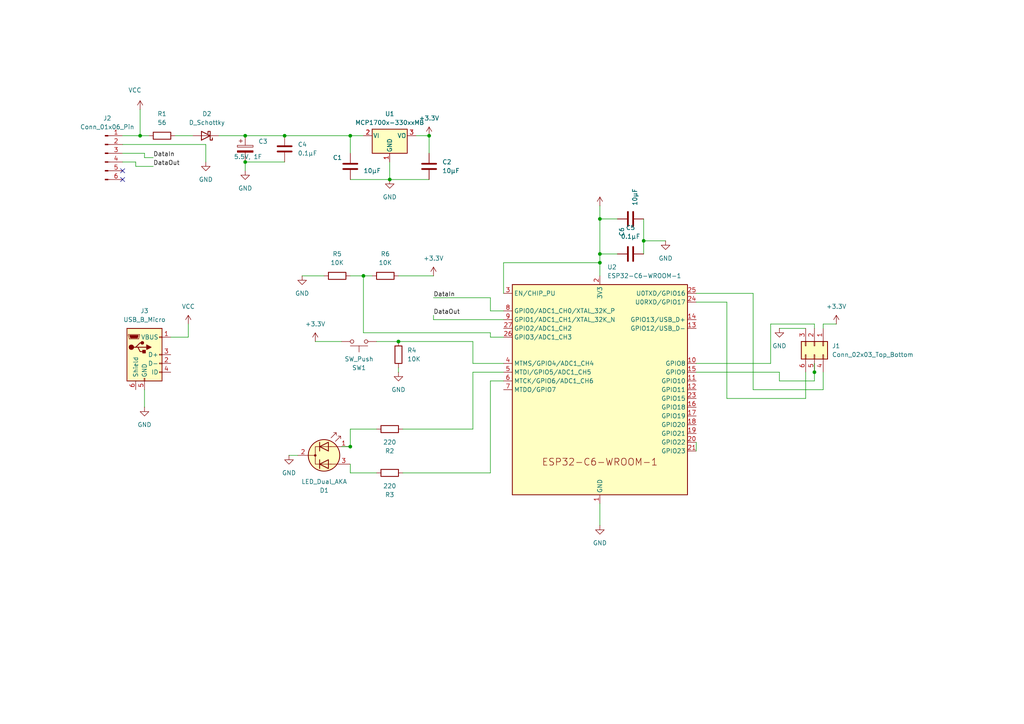
<source format=kicad_sch>
(kicad_sch (version 20250114) (generator "eeschema") (generator_version "9.0")
  (paper "A4")
  (lib_symbols
    (symbol "Connector:Conn_01x06_Pin" (pin_names (offset 1.016) (hide yes))
      (property "Reference" "J" (at 0 7.62 0))
      (property "Value" "Conn_01x06_Pin" (at 0 -10.16 0))
      (symbol "Conn_01x06_Pin_1_1"
        (rectangle (start 0.8636 5.207) (end 0 4.953) (stroke (width 0.1524)) (fill (type outline)))
        (rectangle (start 0.8636 2.667) (end 0 2.413) (stroke (width 0.1524)) (fill (type outline)))
        (rectangle (start 0.8636 0.127) (end 0 -0.127) (stroke (width 0.1524)) (fill (type outline)))
        (rectangle (start 0.8636 -2.413) (end 0 -2.667) (stroke (width 0.1524)) (fill (type outline)))
        (rectangle (start 0.8636 -4.953) (end 0 -5.207) (stroke (width 0.1524)) (fill (type outline)))
        (rectangle (start 0.8636 -7.493) (end 0 -7.747) (stroke (width 0.1524)) (fill (type outline)))
        (polyline (pts (xy 1.27 5.08) (xy 0.8636 5.08)) (stroke (width 0.1524)))
        (polyline (pts (xy 1.27 2.54) (xy 0.8636 2.54)) (stroke (width 0.1524)))
        (polyline (pts (xy 1.27 0) (xy 0.8636 0)) (stroke (width 0.1524)))
        (polyline (pts (xy 1.27 -2.54) (xy 0.8636 -2.54)) (stroke (width 0.1524)))
        (polyline (pts (xy 1.27 -5.08) (xy 0.8636 -5.08)) (stroke (width 0.1524)))
        (polyline (pts (xy 1.27 -7.62) (xy 0.8636 -7.62)) (stroke (width 0.1524)))
        (pin passive line (at 5.08 5.08 180) (length 3.81) (name "Pin_1") (number "1"))
        (pin passive line (at 5.08 2.54 180) (length 3.81) (name "Pin_2") (number "2"))
        (pin passive line (at 5.08 0 180) (length 3.81) (name "Pin_3") (number "3"))
        (pin passive line (at 5.08 -2.54 180) (length 3.81) (name "Pin_4") (number "4"))
        (pin passive line (at 5.08 -5.08 180) (length 3.81) (name "Pin_5") (number "5"))
        (pin passive line (at 5.08 -7.62 180) (length 3.81) (name "Pin_6") (number "6"))
      )
    )
    (symbol "Connector:USB_B_Micro" (pin_names (offset 1.016))
      (property "Reference" "J" (at -5.08 11.43 0))
      (property "Value" "USB_B_Micro" (at -5.08 8.89 0))
      (symbol "USB_B_Micro_0_1"
        (rectangle (start -5.08 -7.62) (end 5.08 7.62) (stroke (width 0.254)) (fill (type background)))
        (polyline (pts (xy -4.699 5.842) (xy -4.699 5.588) (xy -4.445 4.826) (xy -4.445 4.572) (xy -1.651 4.572) (xy -1.651 4.826) (xy -1.397 5.588) (xy -1.397 5.842) (xy -4.699 5.842)))
        (polyline (pts (xy -4.318 5.588) (xy -1.778 5.588) (xy -2.032 4.826) (xy -4.064 4.826) (xy -4.318 5.588)) (fill (type outline)))
        (circle (center -3.81 2.159) (radius 0.635) (stroke (width 0.254)) (fill (type outline)))
        (polyline (pts (xy -3.175 2.159) (xy -2.54 2.159) (xy -1.27 3.429) (xy -0.635 3.429)) (stroke (width 0.254)))
        (polyline (pts (xy -2.54 2.159) (xy -1.905 2.159) (xy -1.27 0.889) (xy 0 0.889)) (stroke (width 0.254)))
        (polyline (pts (xy -1.905 2.159) (xy 0.635 2.159)) (stroke (width 0.254)))
        (circle (center -0.635 3.429) (radius 0.381) (stroke (width 0.254)) (fill (type outline)))
        (rectangle (start -0.127 -7.62) (end 0.127 -6.858))
        (rectangle (start 0.254 1.27) (end -0.508 0.508) (stroke (width 0.254)) (fill (type outline)))
        (polyline (pts (xy 0.635 2.794) (xy 0.635 1.524) (xy 1.905 2.159) (xy 0.635 2.794)) (stroke (width 0.254)) (fill (type outline)))
        (rectangle (start 5.08 4.953) (end 4.318 5.207))
        (rectangle (start 5.08 -0.127) (end 4.318 0.127))
        (rectangle (start 5.08 -2.667) (end 4.318 -2.413))
        (rectangle (start 5.08 -5.207) (end 4.318 -4.953))
      )
      (symbol "USB_B_Micro_1_1"
        (pin passive line (at -2.54 -10.16 90) (length 2.54) (name "Shield") (number "6"))
        (pin power_out line (at 0 -10.16 90) (length 2.54) (name "GND") (number "5"))
        (pin power_out line (at 7.62 5.08 180) (length 2.54) (name "VBUS") (number "1"))
        (pin bidirectional line (at 7.62 0 180) (length 2.54) (name "D+") (number "3"))
        (pin bidirectional line (at 7.62 -2.54 180) (length 2.54) (name "D-") (number "2"))
        (pin passive line (at 7.62 -5.08 180) (length 2.54) (name "ID") (number "4"))
      )
    )
    (symbol "Connector_Generic:Conn_02x03_Top_Bottom" (pin_names (offset 1.016) (hide yes))
      (property "Reference" "J" (at 1.27 5.08 0))
      (property "Value" "Conn_02x03_Top_Bottom" (at 1.27 -5.08 0))
      (symbol "Conn_02x03_Top_Bottom_1_1"
        (rectangle (start -1.27 3.81) (end 3.81 -3.81) (stroke (width 0.254)) (fill (type background)))
        (rectangle (start -1.27 2.667) (end 0 2.413) (stroke (width 0.1524)))
        (rectangle (start -1.27 0.127) (end 0 -0.127) (stroke (width 0.1524)))
        (rectangle (start -1.27 -2.413) (end 0 -2.667) (stroke (width 0.1524)))
        (rectangle (start 3.81 2.667) (end 2.54 2.413) (stroke (width 0.1524)))
        (rectangle (start 3.81 0.127) (end 2.54 -0.127) (stroke (width 0.1524)))
        (rectangle (start 3.81 -2.413) (end 2.54 -2.667) (stroke (width 0.1524)))
        (pin passive line (at -5.08 2.54 0) (length 3.81) (name "Pin_1") (number "1"))
        (pin passive line (at -5.08 0 0) (length 3.81) (name "Pin_2") (number "2"))
        (pin passive line (at -5.08 -2.54 0) (length 3.81) (name "Pin_3") (number "3"))
        (pin passive line (at 7.62 2.54 180) (length 3.81) (name "Pin_4") (number "4"))
        (pin passive line (at 7.62 0 180) (length 3.81) (name "Pin_5") (number "5"))
        (pin passive line (at 7.62 -2.54 180) (length 3.81) (name "Pin_6") (number "6"))
      )
    )
    (symbol "Device:C" (pin_numbers (hide yes)) (pin_names (offset 0.254))
      (property "Reference" "C" (at 0.635 2.54 0))
      (property "Value" "C" (at 0.635 -2.54 0))
      (symbol "C_0_1"
        (polyline (pts (xy -2.032 0.762) (xy 2.032 0.762)) (stroke (width 0.508)))
        (polyline (pts (xy -2.032 -0.762) (xy 2.032 -0.762)) (stroke (width 0.508)))
      )
      (symbol "C_1_1"
        (pin passive line (at 0 3.81 270) (length 2.794) (name "~") (number "1"))
        (pin passive line (at 0 -3.81 90) (length 2.794) (name "~") (number "2"))
      )
    )
    (symbol "Device:C_Polarized" (pin_numbers (hide yes)) (pin_names (offset 0.254))
      (property "Reference" "C" (at 0.635 2.54 0))
      (property "Value" "C_Polarized" (at 0.635 -2.54 0))
      (symbol "C_Polarized_0_1"
        (rectangle (start -2.286 0.508) (end 2.286 1.016))
        (polyline (pts (xy -1.778 2.286) (xy -0.762 2.286)))
        (polyline (pts (xy -1.27 2.794) (xy -1.27 1.778)))
        (rectangle (start 2.286 -0.508) (end -2.286 -1.016) (fill (type outline)))
      )
      (symbol "C_Polarized_1_1"
        (pin passive line (at 0 3.81 270) (length 2.794) (name "~") (number "1"))
        (pin passive line (at 0 -3.81 90) (length 2.794) (name "~") (number "2"))
      )
    )
    (symbol "Device:D_Schottky" (pin_numbers (hide yes)) (pin_names (offset 1.016) (hide yes))
      (property "Reference" "D" (at 0 2.54 0))
      (property "Value" "D_Schottky" (at 0 -2.54 0))
      (symbol "D_Schottky_0_1"
        (polyline (pts (xy -1.905 0.635) (xy -1.905 1.27) (xy -1.27 1.27) (xy -1.27 -1.27) (xy -0.635 -1.27) (xy -0.635 -0.635)) (stroke (width 0.254)))
        (polyline (pts (xy 1.27 1.27) (xy 1.27 -1.27) (xy -1.27 0) (xy 1.27 1.27)) (stroke (width 0.254)))
        (polyline (pts (xy 1.27 0) (xy -1.27 0)))
      )
      (symbol "D_Schottky_1_1"
        (pin passive line (at -3.81 0 0) (length 2.54) (name "K") (number "1"))
        (pin passive line (at 3.81 0 180) (length 2.54) (name "A") (number "2"))
      )
    )
    (symbol "Device:LED_Dual_AKA" (pin_names (offset 0) (hide yes))
      (property "Reference" "D" (at 0 5.715 0))
      (property "Value" "LED_Dual_AKA" (at 0 -6.35 0))
      (symbol "LED_Dual_AKA_0_1"
        (polyline (pts (xy -4.572 0) (xy -2.54 0)))
        (circle (center -2.54 0) (radius 0.2794) (fill (type outline)))
        (polyline (pts (xy -1.27 1.27) (xy -1.27 3.81)) (stroke (width 0.254)))
        (polyline (pts (xy -1.27 -1.27) (xy -1.27 -3.81)) (stroke (width 0.254)))
        (circle (center 0 0) (radius 4.572) (stroke (width 0.254)) (fill (type background)))
        (polyline (pts (xy 1.27 1.27) (xy 1.27 3.81) (xy -1.27 2.54) (xy 1.27 1.27)) (stroke (width 0.254)))
        (polyline (pts (xy 1.27 -3.81) (xy 1.27 -1.27) (xy -1.27 -2.54) (xy 1.27 -3.81)) (stroke (width 0.254)))
        (polyline (pts (xy 2.032 5.08) (xy 3.556 6.604) (xy 2.794 6.604) (xy 3.556 6.604) (xy 3.556 5.842)))
        (polyline (pts (xy 2.032 2.54) (xy -2.54 2.54) (xy -2.54 -2.54) (xy 2.032 -2.54)))
        (polyline (pts (xy 3.302 4.064) (xy 4.826 5.588) (xy 4.064 5.588) (xy 4.826 5.588) (xy 4.826 4.826)))
        (polyline (pts (xy 3.81 2.54) (xy 1.905 2.54)))
        (polyline (pts (xy 3.81 -2.54) (xy 1.905 -2.54)))
      )
      (symbol "LED_Dual_AKA_1_1"
        (pin input line (at -7.62 0 0) (length 3.048) (name "K") (number "2"))
        (pin input line (at 7.62 2.54 180) (length 3.81) (name "A1") (number "1"))
        (pin input line (at 7.62 -2.54 180) (length 3.81) (name "A2") (number "3"))
      )
    )
    (symbol "Device:R" (pin_numbers (hide yes)) (pin_names (offset 0))
      (property "Reference" "R" (at 2.032 0 90))
      (property "Value" "R" (at 0 0 90))
      (symbol "R_0_1"
        (rectangle (start -1.016 -2.54) (end 1.016 2.54) (stroke (width 0.254)))
      )
      (symbol "R_1_1"
        (pin passive line (at 0 3.81 270) (length 1.27) (name "~") (number "1"))
        (pin passive line (at 0 -3.81 90) (length 1.27) (name "~") (number "2"))
      )
    )
    (symbol "PCM_Espressif:ESP32-C6-WROOM-1"
      (property "Reference" "U" (at -25.4 35.56 0))
      (property "Value" "ESP32-C6-WROOM-1" (at -25.4 33.02 0))
      (symbol "ESP32-C6-WROOM-1_0_0"
        (text "ESP32-C6-WROOM-1" (at 0 -20.955 0) (effects (font (size 2 2))))
      )
      (symbol "ESP32-C6-WROOM-1_0_1"
        (rectangle (start -25.4 30.48) (end 25.4 -30.48) (stroke (width 0.254)) (fill (type background)))
      )
      (symbol "ESP32-C6-WROOM-1_1_1"
        (pin input line (at -27.94 27.94 0) (length 2.54) (name "EN/CHIP_PU") (number "3"))
        (pin bidirectional line (at -27.94 22.86 0) (length 2.54) (name "GPIO0/ADC1_CH0/XTAL_32K_P") (number "8"))
        (pin bidirectional line (at -27.94 20.32 0) (length 2.54) (name "GPIO1/ADC1_CH1/XTAL_32K_N") (number "9"))
        (pin bidirectional line (at -27.94 17.78 0) (length 2.54) (name "GPIO2/ADC1_CH2") (number "27"))
        (pin bidirectional line (at -27.94 15.24 0) (length 2.54) (name "GPIO3/ADC1_CH3") (number "26"))
        (pin bidirectional line (at -27.94 7.62 0) (length 2.54) (name "MTMS/GPIO4/ADC1_CH4") (number "4"))
        (pin bidirectional line (at -27.94 5.08 0) (length 2.54) (name "MTDI/GPIO5/ADC1_CH5") (number "5"))
        (pin bidirectional line (at -27.94 2.54 0) (length 2.54) (name "MTCK/GPIO6/ADC1_CH6") (number "6"))
        (pin bidirectional line (at -27.94 0 0) (length 2.54) (name "MTDO/GPIO7") (number "7"))
        (pin no_connect line (at -25.4 -12.7 0) (length 2.54) (hide yes) (name "NC") (number "22"))
        (pin power_in line (at 0 33.02 270) (length 2.54) (name "3V3") (number "2"))
        (pin power_in line (at 0 -33.02 90) (length 2.54) (name "GND") (number "1"))
        (pin passive line (at 0 -33.02 90) (length 2.54) (hide yes) (name "GND") (number "28"))
        (pin passive line (at 0 -33.02 90) (length 2.54) (hide yes) (name "GND") (number "29"))
        (pin bidirectional line (at 27.94 27.94 180) (length 2.54) (name "U0TXD/GPIO16") (number "25"))
        (pin bidirectional line (at 27.94 25.4 180) (length 2.54) (name "U0RXD/GPIO17") (number "24"))
        (pin bidirectional line (at 27.94 20.32 180) (length 2.54) (name "GPIO13/USB_D+") (number "14"))
        (pin bidirectional line (at 27.94 17.78 180) (length 2.54) (name "GPIO12/USB_D-") (number "13"))
        (pin bidirectional line (at 27.94 7.62 180) (length 2.54) (name "GPIO8") (number "10"))
        (pin bidirectional line (at 27.94 5.08 180) (length 2.54) (name "GPIO9") (number "15"))
        (pin bidirectional line (at 27.94 2.54 180) (length 2.54) (name "GPIO10") (number "11"))
        (pin bidirectional line (at 27.94 0 180) (length 2.54) (name "GPIO11") (number "12"))
        (pin bidirectional line (at 27.94 -2.54 180) (length 2.54) (name "GPIO15") (number "23"))
        (pin bidirectional line (at 27.94 -5.08 180) (length 2.54) (name "GPIO18") (number "16"))
        (pin bidirectional line (at 27.94 -7.62 180) (length 2.54) (name "GPIO19") (number "17"))
        (pin bidirectional line (at 27.94 -10.16 180) (length 2.54) (name "GPIO20") (number "18"))
        (pin bidirectional line (at 27.94 -12.7 180) (length 2.54) (name "GPIO21") (number "19"))
        (pin bidirectional line (at 27.94 -15.24 180) (length 2.54) (name "GPIO22") (number "20"))
        (pin bidirectional line (at 27.94 -17.78 180) (length 2.54) (name "GPIO23") (number "21"))
      )
    )
    (symbol "Regulator_Linear:MCP1700x-330xxMB" (pin_names (offset 0.254))
      (property "Reference" "U" (at -3.81 3.175 0))
      (property "Value" "MCP1700x-330xxMB" (at 0 3.175 0))
      (symbol "MCP1700x-330xxMB_0_1"
        (rectangle (start -5.08 -5.08) (end 5.08 1.905) (stroke (width 0.254)) (fill (type background)))
      )
      (symbol "MCP1700x-330xxMB_1_1"
        (pin power_in line (at -7.62 0 0) (length 2.54) (name "VI") (number "2"))
        (pin power_in line (at 0 -7.62 90) (length 2.54) (name "GND") (number "1"))
        (pin power_out line (at 7.62 0 180) (length 2.54) (name "VO") (number "3"))
      )
    )
    (symbol "Switch:SW_Push" (pin_numbers (hide yes)) (pin_names (offset 1.016) (hide yes))
      (property "Reference" "SW" (at 1.27 2.54 0))
      (property "Value" "SW_Push" (at 0 -1.524 0))
      (symbol "SW_Push_0_1"
        (circle (center -2.032 0) (radius 0.508))
        (polyline (pts (xy 0 1.27) (xy 0 3.048)))
        (circle (center 2.032 0) (radius 0.508))
        (polyline (pts (xy 2.54 1.27) (xy -2.54 1.27)))
        (pin passive line (at -5.08 0 0) (length 2.54) (name "1") (number "1"))
        (pin passive line (at 5.08 0 180) (length 2.54) (name "2") (number "2"))
      )
    )
    (symbol "power:+3.3V" (power) (pin_numbers (hide yes)) (pin_names (offset 0) (hide yes))
      (property "Value" "+3.3V" (at 0 3.556 0))
      (symbol "+3.3V_0_1"
        (polyline (pts (xy -0.762 1.27) (xy 0 2.54)))
        (polyline (pts (xy 0 2.54) (xy 0.762 1.27)))
        (polyline (pts (xy 0 0) (xy 0 2.54)))
      )
      (symbol "+3.3V_1_1"
        (pin power_in line (at 0 0 90) (length 0) (name "~") (number "1"))
      )
    )
    (symbol "power:GND" (power) (pin_numbers (hide yes)) (pin_names (offset 0) (hide yes))
      (property "Value" "GND" (at 0 -3.81 0))
      (symbol "GND_0_1"
        (polyline (pts (xy 0 0) (xy 0 -1.27) (xy 1.27 -1.27) (xy 0 -2.54) (xy -1.27 -1.27) (xy 0 -1.27)))
      )
      (symbol "GND_1_1"
        (pin power_in line (at 0 0 270) (length 0) (name "~") (number "1"))
      )
    )
    (symbol "power:VCC" (power) (pin_numbers (hide yes)) (pin_names (offset 0) (hide yes))
      (property "Value" "VCC" (at 0 3.556 0))
      (symbol "VCC_0_1"
        (polyline (pts (xy -0.762 1.27) (xy 0 2.54)))
        (polyline (pts (xy 0 2.54) (xy 0.762 1.27)))
        (polyline (pts (xy 0 0) (xy 0 2.54)))
      )
      (symbol "VCC_1_1"
        (pin power_in line (at 0 0 90) (length 0) (name "~") (number "1"))
      )
    )
  )
  (junction (at 105.41 80.01))
  (junction (at 173.99 76.2))
  (junction (at 124.46 39.37))
  (junction (at 186.69 69.85))
  (junction (at 101.6 129.54))
  (junction (at 173.99 63.5))
  (junction (at 236.22 107.95))
  (junction (at 71.12 46.99))
  (junction (at 101.6 39.37))
  (junction (at 173.99 73.66))
  (junction (at 71.12 39.37))
  (junction (at 40.64 39.37))
  (junction (at 82.55 39.37))
  (junction (at 115.57 99.06))
  (junction (at 113.03 52.07))
  (no_connect (at 35.56 52.07))
  (no_connect (at 35.56 49.53))
  (wire (pts (xy 41.91 44.45) (xy 41.91 45.72)))
  (wire (pts (xy 125.73 92.71) (xy 146.05 92.71)))
  (wire (pts (xy 71.12 39.37) (xy 82.55 39.37)))
  (wire (pts (xy 210.82 87.63) (xy 210.82 115.57)))
  (wire (pts (xy 40.64 31.75) (xy 40.64 39.37)))
  (wire (pts (xy 142.24 90.17) (xy 146.05 90.17)))
  (wire (pts (xy 87.63 80.01) (xy 93.98 80.01)))
  (wire (pts (xy 105.41 80.01) (xy 107.95 80.01)))
  (wire (pts (xy 236.22 107.95) (xy 236.22 110.49)))
  (wire (pts (xy 101.6 52.07) (xy 113.03 52.07)))
  (wire (pts (xy 142.24 97.79) (xy 146.05 97.79)))
  (wire (pts (xy 101.6 39.37) (xy 101.6 44.45)))
  (wire (pts (xy 210.82 115.57) (xy 233.68 115.57)))
  (wire (pts (xy 35.56 39.37) (xy 40.64 39.37)))
  (wire (pts (xy 218.44 113.03) (xy 238.76 113.03)))
  (wire (pts (xy 101.6 137.16) (xy 101.6 134.62)))
  (wire (pts (xy 186.69 73.66) (xy 186.69 69.85)))
  (wire (pts (xy 82.55 39.37) (xy 101.6 39.37)))
  (wire (pts (xy 173.99 73.66) (xy 173.99 76.2)))
  (wire (pts (xy 201.93 130.81) (xy 201.93 128.27)))
  (wire (pts (xy 115.57 80.01) (xy 125.73 80.01)))
  (wire (pts (xy 137.16 107.95) (xy 146.05 107.95)))
  (wire (pts (xy 59.69 41.91) (xy 35.56 41.91)))
  (wire (pts (xy 99.06 129.54) (xy 101.6 129.54)))
  (wire (pts (xy 101.6 39.37) (xy 105.41 39.37)))
  (wire (pts (xy 54.61 93.98) (xy 54.61 97.79)))
  (wire (pts (xy 238.76 107.95) (xy 238.76 113.03)))
  (wire (pts (xy 173.99 63.5) (xy 173.99 73.66)))
  (wire (pts (xy 186.69 63.5) (xy 186.69 69.85)))
  (wire (pts (xy 124.46 39.37) (xy 124.46 44.45)))
  (wire (pts (xy 49.53 97.79) (xy 54.61 97.79)))
  (wire (pts (xy 173.99 146.05) (xy 173.99 152.4)))
  (wire (pts (xy 238.76 93.98) (xy 238.76 95.25)))
  (wire (pts (xy 226.06 107.95) (xy 226.06 110.49)))
  (wire (pts (xy 35.56 44.45) (xy 41.91 44.45)))
  (wire (pts (xy 105.41 80.01) (xy 105.41 96.52)))
  (wire (pts (xy 137.16 105.41) (xy 146.05 105.41)))
  (wire (pts (xy 236.22 107.95) (xy 236.22 105.41)))
  (wire (pts (xy 226.06 110.49) (xy 236.22 110.49)))
  (wire (pts (xy 50.8 39.37) (xy 55.88 39.37)))
  (wire (pts (xy 201.93 87.63) (xy 210.82 87.63)))
  (wire (pts (xy 35.56 46.99) (xy 39.37 46.99)))
  (wire (pts (xy 173.99 76.2) (xy 173.99 80.01)))
  (wire (pts (xy 233.68 107.95) (xy 233.68 115.57)))
  (wire (pts (xy 40.64 39.37) (xy 43.18 39.37)))
  (wire (pts (xy 236.22 93.98) (xy 236.22 95.25)))
  (wire (pts (xy 146.05 76.2) (xy 173.99 76.2)))
  (wire (pts (xy 109.22 137.16) (xy 101.6 137.16)))
  (wire (pts (xy 41.91 113.03) (xy 41.91 118.11)))
  (wire (pts (xy 71.12 46.99) (xy 82.55 46.99)))
  (wire (pts (xy 109.22 124.46) (xy 101.6 124.46)))
  (wire (pts (xy 113.03 46.99) (xy 113.03 52.07)))
  (wire (pts (xy 173.99 59.69) (xy 173.99 63.5)))
  (wire (pts (xy 223.52 105.41) (xy 223.52 93.98)))
  (wire (pts (xy 63.5 39.37) (xy 71.12 39.37)))
  (wire (pts (xy 173.99 73.66) (xy 179.07 73.66)))
  (wire (pts (xy 99.06 99.06) (xy 91.44 99.06)))
  (wire (pts (xy 116.84 124.46) (xy 137.16 124.46)))
  (wire (pts (xy 116.84 137.16) (xy 142.24 137.16)))
  (wire (pts (xy 142.24 137.16) (xy 142.24 110.49)))
  (wire (pts (xy 186.69 69.85) (xy 193.04 69.85)))
  (wire (pts (xy 41.91 45.72) (xy 44.45 45.72)))
  (wire (pts (xy 113.03 52.07) (xy 124.46 52.07)))
  (wire (pts (xy 201.93 105.41) (xy 223.52 105.41)))
  (wire (pts (xy 137.16 124.46) (xy 137.16 107.95)))
  (wire (pts (xy 109.22 99.06) (xy 115.57 99.06)))
  (wire (pts (xy 105.41 96.52) (xy 142.24 96.52)))
  (wire (pts (xy 120.65 39.37) (xy 124.46 39.37)))
  (wire (pts (xy 39.37 46.99) (xy 39.37 48.26)))
  (wire (pts (xy 115.57 106.68) (xy 115.57 107.95)))
  (wire (pts (xy 39.37 48.26) (xy 44.45 48.26)))
  (wire (pts (xy 59.69 41.91) (xy 59.69 46.99)))
  (wire (pts (xy 173.99 63.5) (xy 179.07 63.5)))
  (wire (pts (xy 201.93 85.09) (xy 218.44 85.09)))
  (wire (pts (xy 71.12 46.99) (xy 71.12 49.53)))
  (wire (pts (xy 146.05 85.09) (xy 146.05 76.2)))
  (wire (pts (xy 125.73 91.44) (xy 125.73 92.71)))
  (wire (pts (xy 142.24 110.49) (xy 146.05 110.49)))
  (wire (pts (xy 101.6 124.46) (xy 101.6 129.54)))
  (wire (pts (xy 218.44 85.09) (xy 218.44 113.03)))
  (wire (pts (xy 142.24 86.36) (xy 142.24 90.17)))
  (wire (pts (xy 226.06 107.95) (xy 201.93 107.95)))
  (wire (pts (xy 115.57 99.06) (xy 137.16 99.06)))
  (wire (pts (xy 242.57 93.98) (xy 238.76 93.98)))
  (wire (pts (xy 86.36 132.08) (xy 83.82 132.08)))
  (wire (pts (xy 142.24 96.52) (xy 142.24 97.79)))
  (wire (pts (xy 223.52 93.98) (xy 236.22 93.98)))
  (wire (pts (xy 226.06 95.25) (xy 233.68 95.25)))
  (wire (pts (xy 101.6 80.01) (xy 105.41 80.01)))
  (wire (pts (xy 125.73 86.36) (xy 142.24 86.36)))
  (wire (pts (xy 137.16 99.06) (xy 137.16 105.41)))
  (label "DataOut" (at 125.73 91.44 0))
  (label "DataIn" (at 44.45 45.72 0))
  (label "DataOut" (at 44.45 48.26 0))
  (label "DataIn" (at 125.73 86.36 0))
  (symbol (lib_id "power:+3.3V") (at 124.46 39.37 0) (unit 1)
    (property "Reference" "#PWR04" (effects (hide yes)))
    (property "Value" "+3.3V" (at 124.46 34.29 0))
    (property "Description" "Power symbol creates a global label with name \"+3.3V\"" (effects (hide yes)))
  )
  (symbol (lib_id "Device:R") (at 113.03 124.46 90) (unit 1)
    (property "Reference" "R2" (at 113.03 130.81 90))
    (property "Value" "220" (at 113.03 128.27 90))
    (property "Footprint" "Resistor_SMD:R_0805_2012Metric_Pad1.20x1.40mm_HandSolder" (effects (hide yes)))
    (property "Description" "Resistor" (effects (hide yes)))
  )
  (symbol (lib_id "power:+3.3V") (at 173.99 59.69 0) (unit 1)
    (property "Reference" "#PWR05" (effects (hide yes)))
    (property "Value" "+3.3V" (effects (hide yes)))
    (property "Description" "Power symbol creates a global label with name \"+3.3V\"" (effects (hide yes)))
  )
  (symbol (lib_id "Device:C") (at 101.6 48.26 0) (unit 1)
    (property "Reference" "C1" (at 96.52 45.7199 0) (effects (justify left)))
    (property "Value" "10μF" (at 105.41 49.5299 0) (effects (justify left)))
    (property "Footprint" "Capacitor_SMD:C_0805_2012Metric_Pad1.18x1.45mm_HandSolder" (effects (hide yes)))
    (property "Description" "Unpolarized capacitor" (effects (hide yes)))
  )
  (symbol (lib_id "PCM_Espressif:ESP32-C6-WROOM-1") (at 173.99 113.03 0) (unit 1)
    (property "Reference" "U2" (at 176.1333 77.47 0) (effects (justify left)))
    (property "Value" "ESP32-C6-WROOM-1" (at 176.1333 80.01 0) (effects (justify left)))
    (property "Footprint" "PCM_Espressif:ESP32-C6-WROOM-1" (effects (hide yes)))
    (property "Datasheet" "https://www.espressif.com/sites/default/files/documentation/esp32-c6-wroom-1_wroom-1u_datasheet_en.pdf" (effects (hide yes)))
    (property "Description" "ESP32-C6-WROOM-1/U is a module that supports 2.4 GHz Wi-Fi 6 (802.11 ax), Bluetooth® 5 (LE), Zigbee and Thread (802.15.4)" (effects (hide yes)))
  )
  (symbol (lib_id "Device:D_Schottky") (at 59.69 39.37 180) (unit 1)
    (property "Reference" "D2" (at 60.0075 33.02 0))
    (property "Value" "D_Schottky" (at 60.0075 35.56 0))
    (property "Footprint" "Diode_SMD:Nexperia_CFP3_SOD-123W" (effects (hide yes)))
    (property "Description" "Schottky diode" (effects (hide yes)))
  )
  (symbol (lib_id "Connector:USB_B_Micro") (at 41.91 102.87 0) (unit 1)
    (property "Reference" "J3" (at 41.91 90.17 0))
    (property "Value" "USB_B_Micro" (at 41.91 92.71 0))
    (property "Footprint" "Connector_USB:USB_Micro-B_Molex_47346-0001" (effects (hide yes)))
    (property "Description" "USB Micro Type B connector" (effects (hide yes)))
  )
  (symbol (lib_id "Device:C_Polarized") (at 71.12 43.18 0) (unit 1)
    (property "Reference" "C3" (at 74.93 41.0209 0) (effects (justify left)))
    (property "Value" "5.5V, 1F" (at 67.818 45.466 0) (effects (justify left)))
    (property "Footprint" "Capacitor_THT:Peers Super" (effects (hide yes)))
    (property "Description" "Polarized capacitor" (effects (hide yes)))
  )
  (symbol (lib_id "Device:C") (at 124.46 48.26 0) (unit 1)
    (property "Reference" "C2" (at 128.27 46.9899 0) (effects (justify left)))
    (property "Value" "10μF" (at 128.27 49.5299 0) (effects (justify left)))
    (property "Footprint" "Capacitor_SMD:C_0805_2012Metric_Pad1.18x1.45mm_HandSolder" (effects (hide yes)))
    (property "Description" "Unpolarized capacitor" (effects (hide yes)))
  )
  (symbol (lib_id "Switch:SW_Push") (at 104.14 99.06 0) (mirror x) (unit 1)
    (property "Reference" "SW1" (at 104.14 106.68 0))
    (property "Value" "SW_Push" (at 104.14 104.14 0))
    (property "Footprint" "Button_Switch_SMD:CS1102V1135F160_pbh" (effects (hide yes)))
    (property "Description" "Push button switch, generic, two pins" (effects (hide yes)))
  )
  (symbol (lib_id "power:+3.3V") (at 125.73 80.01 0) (unit 1)
    (property "Reference" "#PWR016" (effects (hide yes)))
    (property "Value" "+3.3V" (at 125.73 74.93 0))
    (property "Description" "Power symbol creates a global label with name \"+3.3V\"" (effects (hide yes)))
  )
  (symbol (lib_id "Device:R") (at 111.76 80.01 270) (unit 1)
    (property "Reference" "R6" (at 111.76 73.66 90))
    (property "Value" "10K" (at 111.76 76.2 90))
    (property "Footprint" "Resistor_SMD:R_0805_2012Metric_Pad1.20x1.40mm_HandSolder" (effects (hide yes)))
    (property "Description" "Resistor" (effects (hide yes)))
  )
  (symbol (lib_id "power:GND") (at 83.82 132.08 0) (unit 1)
    (property "Reference" "#PWR06" (effects (hide yes)))
    (property "Value" "GND" (at 83.82 137.16 0))
    (property "Description" "Power symbol creates a global label with name \"GND\" , ground" (effects (hide yes)))
  )
  (symbol (lib_id "power:GND") (at 87.63 80.01 0) (unit 1)
    (property "Reference" "#PWR017" (effects (hide yes)))
    (property "Value" "GND" (at 87.63 85.09 0))
    (property "Description" "Power symbol creates a global label with name \"GND\" , ground" (effects (hide yes)))
  )
  (symbol (lib_id "power:GND") (at 193.04 69.85 0) (unit 1)
    (property "Reference" "#PWR012" (effects (hide yes)))
    (property "Value" "GND" (at 193.04 74.93 0))
    (property "Description" "Power symbol creates a global label with name \"GND\" , ground" (effects (hide yes)))
  )
  (symbol (lib_id "power:GND") (at 113.03 52.07 0) (unit 1)
    (property "Reference" "#PWR03" (effects (hide yes)))
    (property "Value" "GND" (at 113.03 57.15 0))
    (property "Description" "Power symbol creates a global label with name \"GND\" , ground" (effects (hide yes)))
  )
  (symbol (lib_id "power:GND") (at 173.99 152.4 0) (unit 1)
    (property "Reference" "#PWR02" (effects (hide yes)))
    (property "Value" "GND" (at 173.99 157.48 0))
    (property "Description" "Power symbol creates a global label with name \"GND\" , ground" (effects (hide yes)))
  )
  (symbol (lib_id "power:GND") (at 226.06 95.25 0) (unit 1)
    (property "Reference" "#PWR014" (effects (hide yes)))
    (property "Value" "GND" (at 226.06 100.33 0))
    (property "Description" "Power symbol creates a global label with name \"GND\" , ground" (effects (hide yes)))
  )
  (symbol (lib_id "Regulator_Linear:MCP1700x-330xxMB") (at 113.03 39.37 0) (unit 1)
    (property "Reference" "U1" (at 113.03 33.02 0))
    (property "Value" "MCP1700x-330xxMB" (at 113.03 35.56 0))
    (property "Footprint" "Package_TO_SOT_SMD:SOT-89-3" (effects (hide yes)))
    (property "Datasheet" "http://ww1.microchip.com/downloads/en/DeviceDoc/20001826D.pdf" (effects (hide yes)))
    (property "Description" "250mA Low Quiscent Current LDO, 3.3V output, SOT-89" (effects (hide yes)))
  )
  (symbol (lib_id "Device:LED_Dual_AKA") (at 93.98 132.08 0) (unit 1)
    (property "Reference" "D1" (at 94.0435 142.24 0))
    (property "Value" "LED_Dual_AKA" (at 94.0435 139.7 0))
    (property "Footprint" "LED_THT:LED_D5.0mm-3" (effects (hide yes)))
    (property "Description" "Dual LED, common cathode on pin 2" (effects (hide yes)))
  )
  (symbol (lib_id "power:VCC") (at 40.64 31.75 0) (unit 1)
    (property "Reference" "#PWR011" (effects (hide yes)))
    (property "Value" "VCC" (at 39.116 26.162 0))
    (property "Description" "Power symbol creates a global label with name \"VCC\"" (effects (hide yes)))
  )
  (symbol (lib_id "Device:R") (at 113.03 137.16 270) (unit 1)
    (property "Reference" "R3" (at 113.03 143.51 90))
    (property "Value" "220" (at 113.03 140.97 90))
    (property "Footprint" "Resistor_SMD:R_0805_2012Metric_Pad1.20x1.40mm_HandSolder" (effects (hide yes)))
    (property "Description" "Resistor" (effects (hide yes)))
  )
  (symbol (lib_id "Device:C") (at 182.88 73.66 90) (unit 1)
    (property "Reference" "C5" (at 182.88 66.04 90))
    (property "Value" "0.1μF" (at 182.88 68.58 90))
    (property "Footprint" "Capacitor_SMD:C_0805_2012Metric_Pad1.18x1.45mm_HandSolder" (effects (hide yes)))
    (property "Description" "Unpolarized capacitor" (effects (hide yes)))
  )
  (symbol (lib_id "power:GND") (at 41.91 118.11 0) (unit 1)
    (property "Reference" "#PWR010" (effects (hide yes)))
    (property "Value" "GND" (at 41.91 123.19 0))
    (property "Description" "Power symbol creates a global label with name \"GND\" , ground" (effects (hide yes)))
  )
  (symbol (lib_id "Connector_Generic:Conn_02x03_Top_Bottom") (at 236.22 100.33 270) (unit 1)
    (property "Reference" "J1" (at 241.3 100.3299 90) (effects (justify left)))
    (property "Value" "Conn_02x03_Top_Bottom" (at 241.3 102.8699 90) (effects (justify left)))
    (property "Footprint" "Connector_PinHeader_2.54mm:PinHeader_2x03_P2.54mm_Vertical" (effects (hide yes)))
    (property "Description" "Generic connector, double row, 02x03, top/bottom pin numbering scheme (row 1: 1...pins_per_row, row2: pins_per_row+1 ... num_pins), script generated (kicad-library-utils/schlib/autogen/connector/)" (effects (hide yes)))
  )
  (symbol (lib_id "power:GND") (at 59.69 46.99 0) (unit 1)
    (property "Reference" "#PWR01" (effects (hide yes)))
    (property "Value" "GND" (at 59.69 52.07 0))
    (property "Description" "Power symbol creates a global label with name \"GND\" , ground" (effects (hide yes)))
  )
  (symbol (lib_id "Device:R") (at 115.57 102.87 0) (unit 1)
    (property "Reference" "R4" (at 118.11 101.5999 0) (effects (justify left)))
    (property "Value" "10K" (at 118.11 104.1399 0) (effects (justify left)))
    (property "Footprint" "Resistor_SMD:R_0805_2012Metric_Pad1.20x1.40mm_HandSolder" (effects (hide yes)))
    (property "Description" "Resistor" (effects (hide yes)))
  )
  (symbol (lib_id "Device:C") (at 82.55 43.18 0) (unit 1)
    (property "Reference" "C4" (at 86.36 41.9099 0) (effects (justify left)))
    (property "Value" "0.1μF" (at 86.36 44.4499 0) (effects (justify left)))
    (property "Footprint" "Capacitor_SMD:C_0805_2012Metric_Pad1.18x1.45mm_HandSolder" (effects (hide yes)))
    (property "Description" "Unpolarized capacitor" (effects (hide yes)))
  )
  (symbol (lib_id "power:VCC") (at 54.61 93.98 0) (unit 1)
    (property "Reference" "#PWR09" (effects (hide yes)))
    (property "Value" "VCC" (at 54.61 88.9 0))
    (property "Description" "Power symbol creates a global label with name \"VCC\"" (effects (hide yes)))
  )
  (symbol (lib_id "Device:C") (at 182.88 63.5 90) (unit 1)
    (property "Reference" "C6" (at 180.3399 68.58 0) (effects (justify left)))
    (property "Value" "10μF" (at 184.1499 59.69 0) (effects (justify left)))
    (property "Footprint" "Capacitor_SMD:C_0805_2012Metric_Pad1.18x1.45mm_HandSolder" (effects (hide yes)))
    (property "Description" "Unpolarized capacitor" (effects (hide yes)))
  )
  (symbol (lib_id "Connector:Conn_01x06_Pin") (at 30.48 44.45 0) (unit 1)
    (property "Reference" "J2" (at 31.115 34.29 0))
    (property "Value" "Conn_01x06_Pin" (at 31.115 36.83 0))
    (property "Footprint" "Connector_PinSocket_2.54mm:PinSocket_2x03_P2.54mm_Horizontal" (effects (hide yes)))
    (property "Description" "Generic connector, single row, 01x06, script generated" (effects (hide yes)))
  )
  (symbol (lib_id "Device:R") (at 97.79 80.01 270) (unit 1)
    (property "Reference" "R5" (at 97.79 73.66 90))
    (property "Value" "10K" (at 97.79 76.2 90))
    (property "Footprint" "Resistor_SMD:R_0805_2012Metric_Pad1.20x1.40mm_HandSolder" (effects (hide yes)))
    (property "Description" "Resistor" (effects (hide yes)))
  )
  (symbol (lib_id "power:+3.3V") (at 242.57 93.98 0) (unit 1)
    (property "Reference" "#PWR015" (effects (hide yes)))
    (property "Value" "+3.3V" (at 242.57 88.9 0))
    (property "Description" "Power symbol creates a global label with name \"+3.3V\"" (effects (hide yes)))
  )
  (symbol (lib_id "power:+3.3V") (at 91.44 99.06 0) (unit 1)
    (property "Reference" "#PWR08" (effects (hide yes)))
    (property "Value" "+3.3V" (at 91.44 93.98 0))
    (property "Description" "Power symbol creates a global label with name \"+3.3V\"" (effects (hide yes)))
  )
  (symbol (lib_id "power:GND") (at 71.12 49.53 0) (unit 1)
    (property "Reference" "#PWR013" (effects (hide yes)))
    (property "Value" "GND" (at 71.12 54.61 0))
    (property "Description" "Power symbol creates a global label with name \"GND\" , ground" (effects (hide yes)))
  )
  (symbol (lib_id "Device:R") (at 46.99 39.37 90) (unit 1)
    (property "Reference" "R1" (at 46.99 33.02 90))
    (property "Value" "56" (at 46.99 35.56 90))
    (property "Footprint" "Resistor_SMD:R_0805_2012Metric_Pad1.20x1.40mm_HandSolder" (effects (hide yes)))
    (property "Description" "Resistor" (effects (hide yes)))
  )
  (symbol (lib_id "power:GND") (at 115.57 107.95 0) (unit 1)
    (property "Reference" "#PWR07" (effects (hide yes)))
    (property "Value" "GND" (at 115.57 113.03 0))
    (property "Description" "Power symbol creates a global label with name \"GND\" , ground" (effects (hide yes)))
  )
)
</source>
